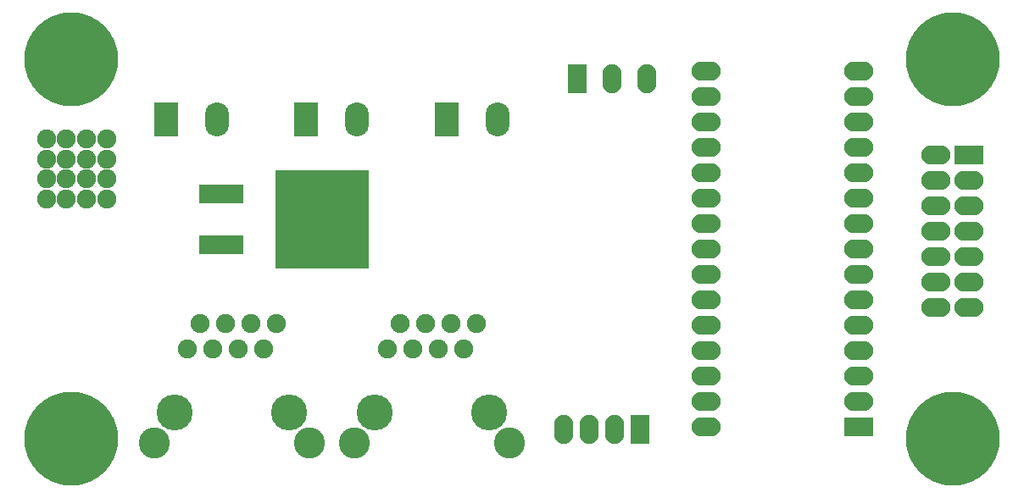
<source format=gbr>
G04 #@! TF.FileFunction,Soldermask,Bot*
%FSLAX46Y46*%
G04 Gerber Fmt 4.6, Leading zero omitted, Abs format (unit mm)*
G04 Created by KiCad (PCBNEW 4.0.5+dfsg1-4) date Sat Aug 26 21:12:24 2017*
%MOMM*%
%LPD*%
G01*
G04 APERTURE LIST*
%ADD10C,0.100000*%
%ADD11C,3.100000*%
%ADD12C,3.600000*%
%ADD13C,1.900000*%
%ADD14O,2.900000X1.900000*%
%ADD15R,2.900000X1.900000*%
%ADD16R,9.400000X9.900000*%
%ADD17R,4.400000X1.900000*%
%ADD18R,1.900000X2.900000*%
%ADD19O,1.900000X2.900000*%
%ADD20R,2.400000X3.400000*%
%ADD21O,2.400000X3.400000*%
%ADD22C,9.400000*%
G04 APERTURE END LIST*
D10*
D11*
X124745000Y-119400000D03*
X109245000Y-119400000D03*
D12*
X122710000Y-116350000D03*
D13*
X112550000Y-110000000D03*
X115090000Y-110000000D03*
X117630000Y-110000000D03*
X120170000Y-110000000D03*
X121440000Y-107460000D03*
X118900000Y-107460000D03*
X116360000Y-107460000D03*
X113820000Y-107460000D03*
D12*
X111280000Y-116350000D03*
D13*
X104500000Y-95000000D03*
X102500000Y-95000000D03*
X100500000Y-95000000D03*
X98500000Y-95000000D03*
X104500000Y-93000000D03*
X102500000Y-93000000D03*
X100500000Y-93000000D03*
X98500000Y-93000000D03*
X104500000Y-91000000D03*
X102500000Y-91000000D03*
X100500000Y-91000000D03*
X98500000Y-91000000D03*
X104500000Y-89000000D03*
X102500000Y-89000000D03*
X100500000Y-89000000D03*
D14*
X164380000Y-117780000D03*
D15*
X179620000Y-117780000D03*
D14*
X164380000Y-115240000D03*
X179620000Y-115240000D03*
X164380000Y-112700000D03*
X179620000Y-112700000D03*
X164380000Y-110160000D03*
X179620000Y-110160000D03*
X164380000Y-107620000D03*
X179620000Y-107620000D03*
X164380000Y-105080000D03*
X179620000Y-105080000D03*
X164380000Y-102540000D03*
X179620000Y-102540000D03*
X164380000Y-100000000D03*
X179620000Y-100000000D03*
X164380000Y-97460000D03*
X179620000Y-97460000D03*
X164380000Y-94920000D03*
X179620000Y-94920000D03*
X164380000Y-92380000D03*
X179620000Y-92380000D03*
X164380000Y-89840000D03*
X179620000Y-89840000D03*
X164380000Y-87300000D03*
X179620000Y-87300000D03*
X164380000Y-84760000D03*
X179620000Y-84760000D03*
X164380000Y-82220000D03*
X179620000Y-82220000D03*
D15*
X190670000Y-90610000D03*
D14*
X190670000Y-93150000D03*
X190670000Y-95690000D03*
X190670000Y-98230000D03*
X190670000Y-100770000D03*
X190670000Y-103310000D03*
X190670000Y-105850000D03*
X187330000Y-105850000D03*
X187330000Y-103310000D03*
X187330000Y-100770000D03*
X187330000Y-98230000D03*
X187330000Y-95690000D03*
X187330000Y-93150000D03*
X187330000Y-90610000D03*
D16*
X126000000Y-97000000D03*
D17*
X116000000Y-99540000D03*
X116000000Y-94460000D03*
D18*
X157810000Y-118000000D03*
D19*
X155270000Y-118000000D03*
X152730000Y-118000000D03*
X150190000Y-118000000D03*
D20*
X110460000Y-87000000D03*
D21*
X115540000Y-87000000D03*
D20*
X124460000Y-87000000D03*
D21*
X129540000Y-87000000D03*
D20*
X138460000Y-87000000D03*
D21*
X143540000Y-87000000D03*
D18*
X151500000Y-83000000D03*
D19*
X155000000Y-83000000D03*
X158500000Y-83000000D03*
D11*
X144745000Y-119400000D03*
X129245000Y-119400000D03*
D12*
X142710000Y-116350000D03*
D13*
X132550000Y-110000000D03*
X135090000Y-110000000D03*
X137630000Y-110000000D03*
X140170000Y-110000000D03*
X141440000Y-107460000D03*
X138900000Y-107460000D03*
X136360000Y-107460000D03*
X133820000Y-107460000D03*
D12*
X131280000Y-116350000D03*
D22*
X189000000Y-119000000D03*
X101000000Y-119000000D03*
X101000000Y-81000000D03*
X189000000Y-81000000D03*
D13*
X98500000Y-89000000D03*
M02*

</source>
